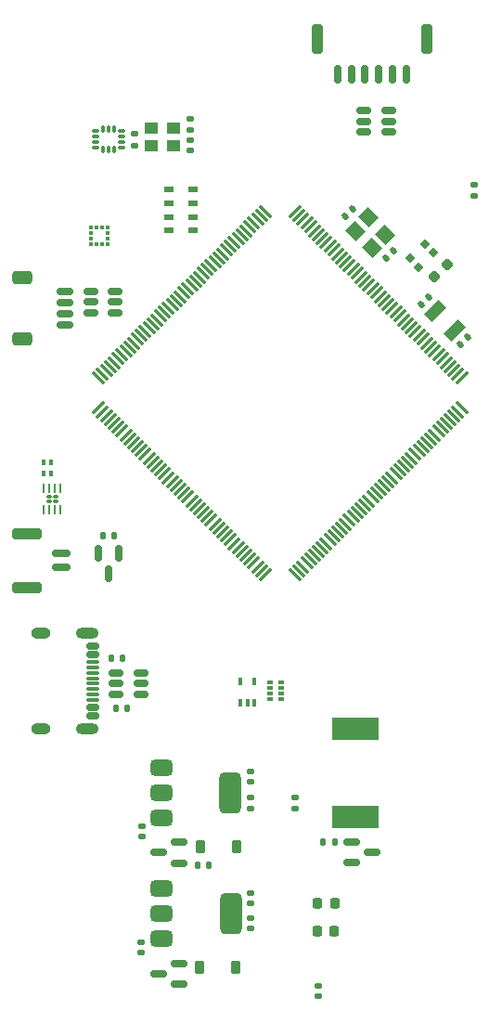
<source format=gbr>
%TF.GenerationSoftware,KiCad,Pcbnew,9.0.1*%
%TF.CreationDate,2025-05-12T23:36:45-04:00*%
%TF.ProjectId,CRVFCU,43525646-4355-42e6-9b69-6361645f7063,rev?*%
%TF.SameCoordinates,Original*%
%TF.FileFunction,Paste,Top*%
%TF.FilePolarity,Positive*%
%FSLAX46Y46*%
G04 Gerber Fmt 4.6, Leading zero omitted, Abs format (unit mm)*
G04 Created by KiCad (PCBNEW 9.0.1) date 2025-05-12 23:36:45*
%MOMM*%
%LPD*%
G01*
G04 APERTURE LIST*
G04 Aperture macros list*
%AMRoundRect*
0 Rectangle with rounded corners*
0 $1 Rounding radius*
0 $2 $3 $4 $5 $6 $7 $8 $9 X,Y pos of 4 corners*
0 Add a 4 corners polygon primitive as box body*
4,1,4,$2,$3,$4,$5,$6,$7,$8,$9,$2,$3,0*
0 Add four circle primitives for the rounded corners*
1,1,$1+$1,$2,$3*
1,1,$1+$1,$4,$5*
1,1,$1+$1,$6,$7*
1,1,$1+$1,$8,$9*
0 Add four rect primitives between the rounded corners*
20,1,$1+$1,$2,$3,$4,$5,0*
20,1,$1+$1,$4,$5,$6,$7,0*
20,1,$1+$1,$6,$7,$8,$9,0*
20,1,$1+$1,$8,$9,$2,$3,0*%
%AMRotRect*
0 Rectangle, with rotation*
0 The origin of the aperture is its center*
0 $1 length*
0 $2 width*
0 $3 Rotation angle, in degrees counterclockwise*
0 Add horizontal line*
21,1,$1,$2,0,0,$3*%
G04 Aperture macros list end*
%ADD10RoundRect,0.075000X-0.424264X0.530330X-0.530330X0.424264X0.424264X-0.530330X0.530330X-0.424264X0*%
%ADD11RoundRect,0.075000X0.424264X0.530330X-0.530330X-0.424264X-0.424264X-0.530330X0.530330X0.424264X0*%
%ADD12RoundRect,0.135000X-0.185000X0.135000X-0.185000X-0.135000X0.185000X-0.135000X0.185000X0.135000X0*%
%ADD13RoundRect,0.135000X0.135000X0.185000X-0.135000X0.185000X-0.135000X-0.185000X0.135000X-0.185000X0*%
%ADD14RoundRect,0.140000X0.021213X-0.219203X0.219203X-0.021213X-0.021213X0.219203X-0.219203X0.021213X0*%
%ADD15RoundRect,0.140000X-0.021213X0.219203X-0.219203X0.021213X0.021213X-0.219203X0.219203X-0.021213X0*%
%ADD16RoundRect,0.150000X-0.700000X0.150000X-0.700000X-0.150000X0.700000X-0.150000X0.700000X0.150000X0*%
%ADD17RoundRect,0.250000X-1.100000X0.250000X-1.100000X-0.250000X1.100000X-0.250000X1.100000X0.250000X0*%
%ADD18RoundRect,0.225000X-0.225000X-0.375000X0.225000X-0.375000X0.225000X0.375000X-0.225000X0.375000X0*%
%ADD19RoundRect,0.140000X-0.170000X0.140000X-0.170000X-0.140000X0.170000X-0.140000X0.170000X0.140000X0*%
%ADD20R,0.950000X0.550000*%
%ADD21RoundRect,0.150000X-0.512500X-0.150000X0.512500X-0.150000X0.512500X0.150000X-0.512500X0.150000X0*%
%ADD22RoundRect,0.150000X-0.587500X-0.150000X0.587500X-0.150000X0.587500X0.150000X-0.587500X0.150000X0*%
%ADD23RoundRect,0.140000X0.170000X-0.140000X0.170000X0.140000X-0.170000X0.140000X-0.170000X-0.140000X0*%
%ADD24R,0.400000X0.500000*%
%ADD25RoundRect,0.218750X-0.218750X-0.256250X0.218750X-0.256250X0.218750X0.256250X-0.218750X0.256250X0*%
%ADD26RoundRect,0.087500X-0.225000X-0.087500X0.225000X-0.087500X0.225000X0.087500X-0.225000X0.087500X0*%
%ADD27RoundRect,0.087500X-0.087500X-0.225000X0.087500X-0.225000X0.087500X0.225000X-0.087500X0.225000X0*%
%ADD28RoundRect,0.135000X-0.135000X-0.185000X0.135000X-0.185000X0.135000X0.185000X-0.135000X0.185000X0*%
%ADD29RoundRect,0.218750X-0.026517X0.335876X-0.335876X0.026517X0.026517X-0.335876X0.335876X-0.026517X0*%
%ADD30RoundRect,0.135000X0.185000X-0.135000X0.185000X0.135000X-0.185000X0.135000X-0.185000X-0.135000X0*%
%ADD31RotRect,0.700000X0.700000X45.000000*%
%ADD32R,1.300000X1.100000*%
%ADD33RoundRect,0.375000X-0.625000X-0.375000X0.625000X-0.375000X0.625000X0.375000X-0.625000X0.375000X0*%
%ADD34RoundRect,0.500000X-0.500000X-1.400000X0.500000X-1.400000X0.500000X1.400000X-0.500000X1.400000X0*%
%ADD35R,0.375000X0.350000*%
%ADD36R,0.350000X0.375000*%
%ADD37RoundRect,0.150000X-0.150000X0.587500X-0.150000X-0.587500X0.150000X-0.587500X0.150000X0.587500X0*%
%ADD38RoundRect,0.150000X0.150000X0.700000X-0.150000X0.700000X-0.150000X-0.700000X0.150000X-0.700000X0*%
%ADD39RoundRect,0.250000X0.250000X1.100000X-0.250000X1.100000X-0.250000X-1.100000X0.250000X-1.100000X0*%
%ADD40RotRect,1.000000X1.800000X315.000000*%
%ADD41R,4.200000X2.000000*%
%ADD42RoundRect,0.150000X-0.625000X0.150000X-0.625000X-0.150000X0.625000X-0.150000X0.625000X0.150000X0*%
%ADD43RoundRect,0.250000X-0.650000X0.350000X-0.650000X-0.350000X0.650000X-0.350000X0.650000X0.350000X0*%
%ADD44RoundRect,0.150000X0.587500X0.150000X-0.587500X0.150000X-0.587500X-0.150000X0.587500X-0.150000X0*%
%ADD45RotRect,1.400000X1.200000X135.000000*%
%ADD46R,0.500000X0.400000*%
%ADD47R,0.500000X0.300000*%
%ADD48RoundRect,0.100000X0.100000X-0.225000X0.100000X0.225000X-0.100000X0.225000X-0.100000X-0.225000X0*%
%ADD49RoundRect,0.080000X0.160000X-0.080000X0.160000X0.080000X-0.160000X0.080000X-0.160000X-0.080000X0*%
%ADD50RoundRect,0.062500X0.062500X-0.325000X0.062500X0.325000X-0.062500X0.325000X-0.062500X-0.325000X0*%
%ADD51RoundRect,0.150000X-0.425000X0.150000X-0.425000X-0.150000X0.425000X-0.150000X0.425000X0.150000X0*%
%ADD52RoundRect,0.075000X-0.500000X0.075000X-0.500000X-0.075000X0.500000X-0.075000X0.500000X0.075000X0*%
%ADD53O,2.100000X1.000000*%
%ADD54O,1.800000X1.000000*%
G04 APERTURE END LIST*
D10*
%TO.C,U2*%
X81563976Y-55496952D03*
X81210423Y-55850505D03*
X80856870Y-56204058D03*
X80503316Y-56557612D03*
X80149763Y-56911165D03*
X79796209Y-57264719D03*
X79442656Y-57618272D03*
X79089103Y-57971825D03*
X78735549Y-58325379D03*
X78381996Y-58678932D03*
X78028442Y-59032485D03*
X77674889Y-59386039D03*
X77321336Y-59739592D03*
X76967782Y-60093146D03*
X76614229Y-60446699D03*
X76260675Y-60800252D03*
X75907122Y-61153806D03*
X75553569Y-61507359D03*
X75200015Y-61860913D03*
X74846462Y-62214466D03*
X74492909Y-62568019D03*
X74139355Y-62921573D03*
X73785802Y-63275126D03*
X73432248Y-63628680D03*
X73078695Y-63982233D03*
X72725142Y-64335786D03*
X72371588Y-64689340D03*
X72018035Y-65042893D03*
X71664481Y-65396446D03*
X71310928Y-65750000D03*
X70957375Y-66103553D03*
X70603821Y-66457107D03*
X70250268Y-66810660D03*
X69896714Y-67164213D03*
X69543161Y-67517767D03*
X69189608Y-67871320D03*
X68836054Y-68224874D03*
X68482501Y-68578427D03*
X68128948Y-68931980D03*
X67775394Y-69285534D03*
X67421841Y-69639087D03*
X67068287Y-69992641D03*
X66714734Y-70346194D03*
X66361181Y-70699747D03*
D11*
X63638819Y-70699747D03*
X63285266Y-70346194D03*
X62931713Y-69992641D03*
X62578159Y-69639087D03*
X62224606Y-69285534D03*
X61871052Y-68931980D03*
X61517499Y-68578427D03*
X61163946Y-68224874D03*
X60810392Y-67871320D03*
X60456839Y-67517767D03*
X60103286Y-67164213D03*
X59749732Y-66810660D03*
X59396179Y-66457107D03*
X59042625Y-66103553D03*
X58689072Y-65750000D03*
X58335519Y-65396446D03*
X57981965Y-65042893D03*
X57628412Y-64689340D03*
X57274858Y-64335786D03*
X56921305Y-63982233D03*
X56567752Y-63628680D03*
X56214198Y-63275126D03*
X55860645Y-62921573D03*
X55507091Y-62568019D03*
X55153538Y-62214466D03*
X54799985Y-61860913D03*
X54446431Y-61507359D03*
X54092878Y-61153806D03*
X53739325Y-60800252D03*
X53385771Y-60446699D03*
X53032218Y-60093146D03*
X52678664Y-59739592D03*
X52325111Y-59386039D03*
X51971558Y-59032485D03*
X51618004Y-58678932D03*
X51264451Y-58325379D03*
X50910897Y-57971825D03*
X50557344Y-57618272D03*
X50203791Y-57264719D03*
X49850237Y-56911165D03*
X49496684Y-56557612D03*
X49143130Y-56204058D03*
X48789577Y-55850505D03*
X48436024Y-55496952D03*
D10*
X48436024Y-52774590D03*
X48789577Y-52421037D03*
X49143130Y-52067484D03*
X49496684Y-51713930D03*
X49850237Y-51360377D03*
X50203791Y-51006823D03*
X50557344Y-50653270D03*
X50910897Y-50299717D03*
X51264451Y-49946163D03*
X51618004Y-49592610D03*
X51971558Y-49239057D03*
X52325111Y-48885503D03*
X52678664Y-48531950D03*
X53032218Y-48178396D03*
X53385771Y-47824843D03*
X53739325Y-47471290D03*
X54092878Y-47117736D03*
X54446431Y-46764183D03*
X54799985Y-46410629D03*
X55153538Y-46057076D03*
X55507091Y-45703523D03*
X55860645Y-45349969D03*
X56214198Y-44996416D03*
X56567752Y-44642862D03*
X56921305Y-44289309D03*
X57274858Y-43935756D03*
X57628412Y-43582202D03*
X57981965Y-43228649D03*
X58335519Y-42875096D03*
X58689072Y-42521542D03*
X59042625Y-42167989D03*
X59396179Y-41814435D03*
X59749732Y-41460882D03*
X60103286Y-41107329D03*
X60456839Y-40753775D03*
X60810392Y-40400222D03*
X61163946Y-40046668D03*
X61517499Y-39693115D03*
X61871052Y-39339562D03*
X62224606Y-38986008D03*
X62578159Y-38632455D03*
X62931713Y-38278901D03*
X63285266Y-37925348D03*
X63638819Y-37571795D03*
D11*
X66361181Y-37571795D03*
X66714734Y-37925348D03*
X67068287Y-38278901D03*
X67421841Y-38632455D03*
X67775394Y-38986008D03*
X68128948Y-39339562D03*
X68482501Y-39693115D03*
X68836054Y-40046668D03*
X69189608Y-40400222D03*
X69543161Y-40753775D03*
X69896714Y-41107329D03*
X70250268Y-41460882D03*
X70603821Y-41814435D03*
X70957375Y-42167989D03*
X71310928Y-42521542D03*
X71664481Y-42875096D03*
X72018035Y-43228649D03*
X72371588Y-43582202D03*
X72725142Y-43935756D03*
X73078695Y-44289309D03*
X73432248Y-44642862D03*
X73785802Y-44996416D03*
X74139355Y-45349969D03*
X74492909Y-45703523D03*
X74846462Y-46057076D03*
X75200015Y-46410629D03*
X75553569Y-46764183D03*
X75907122Y-47117736D03*
X76260675Y-47471290D03*
X76614229Y-47824843D03*
X76967782Y-48178396D03*
X77321336Y-48531950D03*
X77674889Y-48885503D03*
X78028442Y-49239057D03*
X78381996Y-49592610D03*
X78735549Y-49946163D03*
X79089103Y-50299717D03*
X79442656Y-50653270D03*
X79796209Y-51006823D03*
X80149763Y-51360377D03*
X80503316Y-51713930D03*
X80856870Y-52067484D03*
X81210423Y-52421037D03*
X81563976Y-52774590D03*
%TD*%
D12*
%TO.C,R40*%
X66400000Y-91040000D03*
X66400000Y-92060000D03*
%TD*%
D13*
%TO.C,R17*%
X51060000Y-82900000D03*
X50040000Y-82900000D03*
%TD*%
D14*
%TO.C,C37*%
X77860589Y-46089411D03*
X78539411Y-45410589D03*
%TD*%
D15*
%TO.C,C52*%
X75339411Y-41160589D03*
X74660589Y-41839411D03*
%TD*%
D16*
%TO.C,VIDEO1*%
X45050000Y-68800000D03*
X45050000Y-70050000D03*
D17*
X41850000Y-66950000D03*
X41850000Y-71900000D03*
%TD*%
D18*
%TO.C,D1*%
X57750002Y-95500000D03*
X61050002Y-95500000D03*
%TD*%
D19*
%TO.C,C41*%
X82700000Y-35170000D03*
X82700000Y-36130000D03*
%TD*%
D20*
%TO.C,U1*%
X54875000Y-35575000D03*
X54875000Y-36825000D03*
X54875000Y-38075000D03*
X54875000Y-39325000D03*
X57025000Y-39325000D03*
X57025000Y-38075000D03*
X57025000Y-36825000D03*
X57025000Y-35575000D03*
%TD*%
D21*
%TO.C,U14*%
X50050001Y-79700000D03*
X50050001Y-80650000D03*
X50050001Y-81600000D03*
X52325001Y-81600000D03*
X52325001Y-80650000D03*
X52325001Y-79700000D03*
%TD*%
D18*
%TO.C,D2*%
X57650000Y-106500000D03*
X60950000Y-106500000D03*
%TD*%
D14*
%TO.C,C38*%
X81460589Y-49739411D03*
X82139411Y-49060589D03*
%TD*%
D22*
%TO.C,Q4*%
X71550000Y-95050000D03*
X71550000Y-96950000D03*
X73425000Y-96000000D03*
%TD*%
D21*
%TO.C,U13*%
X47700000Y-44900000D03*
X47700000Y-45850000D03*
X47700000Y-46800000D03*
X49975000Y-46800000D03*
X49975000Y-45850000D03*
X49975000Y-44900000D03*
%TD*%
D19*
%TO.C,C9*%
X62300000Y-102020000D03*
X62300000Y-102980000D03*
%TD*%
D23*
%TO.C,C5*%
X62300002Y-89580000D03*
X62300002Y-88620000D03*
%TD*%
D24*
%TO.C,R15*%
X44100000Y-60480833D03*
X43400000Y-60480833D03*
X43400000Y-61480833D03*
X44100000Y-61480833D03*
%TD*%
D25*
%TO.C,5V_PWR1*%
X68402500Y-100710000D03*
X69977500Y-100710000D03*
%TD*%
D26*
%TO.C,U4*%
X48175000Y-30250000D03*
X48175000Y-30750000D03*
X48175000Y-31250000D03*
X48175000Y-31750000D03*
D27*
X48837500Y-31912500D03*
X49337500Y-31912500D03*
X49837500Y-31912500D03*
D26*
X50500000Y-31750000D03*
X50500000Y-31250000D03*
X50500000Y-30750000D03*
X50500000Y-30250000D03*
D27*
X49837500Y-30087500D03*
X49337500Y-30087500D03*
X48837500Y-30087500D03*
%TD*%
D28*
%TO.C,R41*%
X68940000Y-95050000D03*
X69960000Y-95050000D03*
%TD*%
D12*
%TO.C,R7*%
X56800000Y-29130001D03*
X56800000Y-30150001D03*
%TD*%
D21*
%TO.C,U9*%
X72637499Y-28399999D03*
X72637499Y-29349999D03*
X72637499Y-30299999D03*
X74912499Y-30299999D03*
X74912499Y-29349999D03*
X74912499Y-28399999D03*
%TD*%
D29*
%TO.C,LED1*%
X80205812Y-42394189D03*
X79092118Y-43507883D03*
%TD*%
D30*
%TO.C,R18*%
X51700000Y-31550001D03*
X51700000Y-30530001D03*
%TD*%
D14*
%TO.C,C50*%
X70960589Y-38039411D03*
X71639411Y-37360589D03*
%TD*%
D31*
%TO.C,NEOPIX1*%
X76878178Y-41876188D03*
X77655995Y-42654005D03*
X78950000Y-41360000D03*
X78172183Y-40582183D03*
%TD*%
D32*
%TO.C,Y3*%
X55300000Y-29940001D03*
X53200000Y-29940001D03*
X53200000Y-31590001D03*
X55300000Y-31590001D03*
%TD*%
D19*
%TO.C,C7*%
X52300000Y-104220000D03*
X52300000Y-105180000D03*
%TD*%
D33*
%TO.C,U7*%
X54200001Y-99300000D03*
X54200001Y-101600000D03*
D34*
X60500001Y-101600000D03*
D33*
X54200001Y-103900000D03*
%TD*%
D28*
%TO.C,R2*%
X57500001Y-97200000D03*
X58520001Y-97200000D03*
%TD*%
D35*
%TO.C,U3*%
X47705000Y-39050000D03*
X47705000Y-39550000D03*
X47705000Y-40050000D03*
X47705000Y-40550000D03*
D36*
X48217500Y-40562500D03*
X48717500Y-40562500D03*
D35*
X49230000Y-40550000D03*
X49230000Y-40050000D03*
X49230000Y-39550000D03*
X49230000Y-39050000D03*
D36*
X48717500Y-39037500D03*
X48217500Y-39037500D03*
%TD*%
D37*
%TO.C,Q5*%
X50300000Y-68775000D03*
X48400000Y-68775000D03*
X49350000Y-70650000D03*
%TD*%
D38*
%TO.C,RADIO_5VPWR_3V3IO1*%
X76499999Y-25050000D03*
X75249999Y-25050000D03*
X73999999Y-25050000D03*
X72749999Y-25050000D03*
X71499999Y-25050000D03*
X70249999Y-25050000D03*
D39*
X78349999Y-21850000D03*
X68399999Y-21850000D03*
%TD*%
D19*
%TO.C,C49*%
X56800000Y-31050000D03*
X56800000Y-32010000D03*
%TD*%
D13*
%TO.C,R13*%
X50610000Y-78300000D03*
X49590000Y-78300000D03*
%TD*%
D40*
%TO.C,Y1*%
X80894811Y-48419654D03*
X79127045Y-46651888D03*
%TD*%
D41*
%TO.C,BZ1*%
X71900000Y-84800000D03*
X71900000Y-92800000D03*
%TD*%
D42*
%TO.C,STEMMA_QT1*%
X45324998Y-44900000D03*
X45324998Y-45900000D03*
X45324998Y-46900000D03*
X45324998Y-47900000D03*
D43*
X41449998Y-43600000D03*
X41449998Y-49200000D03*
%TD*%
D44*
%TO.C,Q6*%
X55800000Y-108050000D03*
X55800000Y-106150000D03*
X53925000Y-107100000D03*
%TD*%
D45*
%TO.C,Y2*%
X74602081Y-39697919D03*
X73046446Y-38142284D03*
X71844365Y-39344365D03*
X73400000Y-40900000D03*
%TD*%
D44*
%TO.C,Q3*%
X55800002Y-97000000D03*
X55800002Y-95100000D03*
X53925002Y-96050000D03*
%TD*%
D33*
%TO.C,U6*%
X54150002Y-88300000D03*
X54150002Y-90600000D03*
D34*
X60450002Y-90600000D03*
D33*
X54150002Y-92900000D03*
%TD*%
D46*
%TO.C,R1*%
X65070000Y-82050000D03*
D47*
X65070000Y-81550000D03*
X65070000Y-81050000D03*
D46*
X65070000Y-80550000D03*
X64070000Y-80550000D03*
D47*
X64070000Y-81050000D03*
X64070000Y-81550000D03*
D46*
X64070000Y-82050000D03*
%TD*%
D48*
%TO.C,U12*%
X61370000Y-82350000D03*
X62020000Y-82350000D03*
X62670000Y-82350000D03*
X62670000Y-80450000D03*
X61370000Y-80450000D03*
%TD*%
D49*
%TO.C,U15*%
X43900000Y-64000001D03*
X44500000Y-64000001D03*
X43900000Y-63600001D03*
X44500000Y-63600001D03*
D50*
X43450000Y-64787501D03*
X43950000Y-64787501D03*
X44450000Y-64787501D03*
X44950000Y-64787501D03*
X44950000Y-62812501D03*
X44450000Y-62812501D03*
X43950000Y-62812501D03*
X43450000Y-62812501D03*
%TD*%
D23*
%TO.C,C8*%
X62300000Y-100680000D03*
X62300000Y-99720000D03*
%TD*%
D19*
%TO.C,C4*%
X52400002Y-93640000D03*
X52400002Y-94600000D03*
%TD*%
D23*
%TO.C,C2*%
X68500000Y-109180000D03*
X68500000Y-108220000D03*
%TD*%
D13*
%TO.C,R45*%
X49869999Y-67150000D03*
X48849999Y-67150000D03*
%TD*%
D19*
%TO.C,C6*%
X62300002Y-91040000D03*
X62300002Y-92000000D03*
%TD*%
D25*
%TO.C,3V3_PWR1*%
X68375000Y-103200000D03*
X69950000Y-103200000D03*
%TD*%
D51*
%TO.C,J3*%
X47930000Y-77200000D03*
X47930000Y-78000000D03*
D52*
X47930000Y-79150000D03*
X47930000Y-80150000D03*
X47930000Y-80650000D03*
X47930000Y-81650000D03*
D51*
X47930000Y-82800000D03*
X47930000Y-83600000D03*
X47930000Y-83600000D03*
X47930000Y-82800000D03*
D52*
X47930000Y-82150000D03*
X47930000Y-81150000D03*
X47930000Y-79650000D03*
X47930000Y-78650000D03*
D51*
X47930000Y-78000000D03*
X47930000Y-77200000D03*
D53*
X47355000Y-76080000D03*
D54*
X43175000Y-76080000D03*
D53*
X47355000Y-84720000D03*
D54*
X43175000Y-84720000D03*
%TD*%
M02*

</source>
